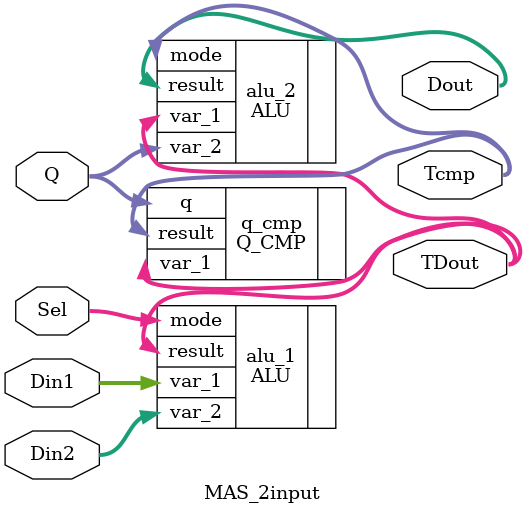
<source format=v>

`include "ALU.v"
`include "Q_CMP.v"

module MAS_2input(
    input signed [4:0] Din1,
    input signed [4:0] Din2,
    input [1:0] Sel,
    input signed [4:0] Q,
    output [1:0] Tcmp,
    // Original outputs, do not know why they can not be used
    // -----
    // output signed reg [4:0] TDout,
    // output signed reg [3:0] Dout
    // -----

    // My new outputs
    // -----
    output signed [4:0] TDout,
    output signed [3:0] Dout
    // -----
);

    ALU alu_1(
        .var_1(Din1),
        .var_2(Din2),
        .mode(Sel),
        .result(TDout)
    );

    Q_CMP q_cmp(
        .var_1(TDout),
        .q(Q),
        .result(Tcmp)
    );

    ALU alu_2(
        .var_1(TDout),
        .var_2(Q),
        .mode(Tcmp),
        .result(Dout)
    );
endmodule

</source>
